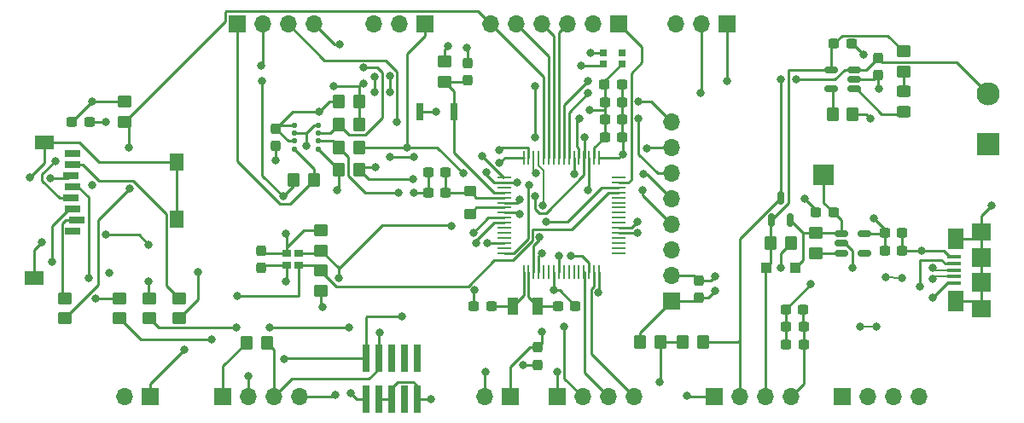
<source format=gbr>
%TF.GenerationSoftware,KiCad,Pcbnew,7.0.2-0*%
%TF.CreationDate,2024-03-04T00:44:33-08:00*%
%TF.ProjectId,EE156_4_Layer,45453135-365f-4345-9f4c-617965722e6b,rev?*%
%TF.SameCoordinates,Original*%
%TF.FileFunction,Copper,L1,Top*%
%TF.FilePolarity,Positive*%
%FSLAX46Y46*%
G04 Gerber Fmt 4.6, Leading zero omitted, Abs format (unit mm)*
G04 Created by KiCad (PCBNEW 7.0.2-0) date 2024-03-04 00:44:33*
%MOMM*%
%LPD*%
G01*
G04 APERTURE LIST*
G04 Aperture macros list*
%AMRoundRect*
0 Rectangle with rounded corners*
0 $1 Rounding radius*
0 $2 $3 $4 $5 $6 $7 $8 $9 X,Y pos of 4 corners*
0 Add a 4 corners polygon primitive as box body*
4,1,4,$2,$3,$4,$5,$6,$7,$8,$9,$2,$3,0*
0 Add four circle primitives for the rounded corners*
1,1,$1+$1,$2,$3*
1,1,$1+$1,$4,$5*
1,1,$1+$1,$6,$7*
1,1,$1+$1,$8,$9*
0 Add four rect primitives between the rounded corners*
20,1,$1+$1,$2,$3,$4,$5,0*
20,1,$1+$1,$4,$5,$6,$7,0*
20,1,$1+$1,$6,$7,$8,$9,0*
20,1,$1+$1,$8,$9,$2,$3,0*%
G04 Aperture macros list end*
%TA.AperFunction,SMDPad,CuDef*%
%ADD10R,0.660400X2.768600*%
%TD*%
%TA.AperFunction,SMDPad,CuDef*%
%ADD11R,1.346200X0.279400*%
%TD*%
%TA.AperFunction,SMDPad,CuDef*%
%ADD12R,0.279400X1.346200*%
%TD*%
%TA.AperFunction,SMDPad,CuDef*%
%ADD13RoundRect,0.250000X0.450000X-0.350000X0.450000X0.350000X-0.450000X0.350000X-0.450000X-0.350000X0*%
%TD*%
%TA.AperFunction,SMDPad,CuDef*%
%ADD14RoundRect,0.237500X0.237500X-0.300000X0.237500X0.300000X-0.237500X0.300000X-0.237500X-0.300000X0*%
%TD*%
%TA.AperFunction,SMDPad,CuDef*%
%ADD15R,0.800000X1.700000*%
%TD*%
%TA.AperFunction,ComponentPad*%
%ADD16R,1.700000X1.700000*%
%TD*%
%TA.AperFunction,ComponentPad*%
%ADD17O,1.700000X1.700000*%
%TD*%
%TA.AperFunction,SMDPad,CuDef*%
%ADD18R,1.000000X1.800000*%
%TD*%
%TA.AperFunction,SMDPad,CuDef*%
%ADD19RoundRect,0.250000X0.300000X0.300000X-0.300000X0.300000X-0.300000X-0.300000X0.300000X-0.300000X0*%
%TD*%
%TA.AperFunction,SMDPad,CuDef*%
%ADD20RoundRect,0.125000X-0.137500X0.125000X-0.137500X-0.125000X0.137500X-0.125000X0.137500X0.125000X0*%
%TD*%
%TA.AperFunction,SMDPad,CuDef*%
%ADD21R,0.812800X0.660400*%
%TD*%
%TA.AperFunction,SMDPad,CuDef*%
%ADD22RoundRect,0.150000X-0.512500X-0.150000X0.512500X-0.150000X0.512500X0.150000X-0.512500X0.150000X0*%
%TD*%
%TA.AperFunction,SMDPad,CuDef*%
%ADD23RoundRect,0.150000X0.512500X0.150000X-0.512500X0.150000X-0.512500X-0.150000X0.512500X-0.150000X0*%
%TD*%
%TA.AperFunction,SMDPad,CuDef*%
%ADD24R,2.000000X2.000000*%
%TD*%
%TA.AperFunction,SMDPad,CuDef*%
%ADD25RoundRect,0.250000X-0.450000X0.350000X-0.450000X-0.350000X0.450000X-0.350000X0.450000X0.350000X0*%
%TD*%
%TA.AperFunction,SMDPad,CuDef*%
%ADD26RoundRect,0.250000X0.350000X0.450000X-0.350000X0.450000X-0.350000X-0.450000X0.350000X-0.450000X0*%
%TD*%
%TA.AperFunction,SMDPad,CuDef*%
%ADD27RoundRect,0.250000X-0.350000X-0.450000X0.350000X-0.450000X0.350000X0.450000X-0.350000X0.450000X0*%
%TD*%
%TA.AperFunction,SMDPad,CuDef*%
%ADD28RoundRect,0.150000X0.150000X-0.512500X0.150000X0.512500X-0.150000X0.512500X-0.150000X-0.512500X0*%
%TD*%
%TA.AperFunction,SMDPad,CuDef*%
%ADD29RoundRect,0.250000X-0.350000X0.275000X-0.350000X-0.275000X0.350000X-0.275000X0.350000X0.275000X0*%
%TD*%
%TA.AperFunction,SMDPad,CuDef*%
%ADD30R,1.900000X1.400000*%
%TD*%
%TA.AperFunction,SMDPad,CuDef*%
%ADD31R,1.400000X1.800000*%
%TD*%
%TA.AperFunction,SMDPad,CuDef*%
%ADD32R,1.500000X0.800000*%
%TD*%
%TA.AperFunction,ComponentPad*%
%ADD33C,2.300000*%
%TD*%
%TA.AperFunction,ComponentPad*%
%ADD34R,2.300000X2.300000*%
%TD*%
%TA.AperFunction,SMDPad,CuDef*%
%ADD35R,1.900000X1.800000*%
%TD*%
%TA.AperFunction,SMDPad,CuDef*%
%ADD36R,1.900000X1.900000*%
%TD*%
%TA.AperFunction,SMDPad,CuDef*%
%ADD37R,1.600000X2.100000*%
%TD*%
%TA.AperFunction,SMDPad,CuDef*%
%ADD38R,1.350000X0.400000*%
%TD*%
%TA.AperFunction,SMDPad,CuDef*%
%ADD39RoundRect,0.250000X0.450000X-0.325000X0.450000X0.325000X-0.450000X0.325000X-0.450000X-0.325000X0*%
%TD*%
%TA.AperFunction,SMDPad,CuDef*%
%ADD40R,0.700000X0.700000*%
%TD*%
%TA.AperFunction,SMDPad,CuDef*%
%ADD41RoundRect,0.237500X-0.237500X0.300000X-0.237500X-0.300000X0.237500X-0.300000X0.237500X0.300000X0*%
%TD*%
%TA.AperFunction,SMDPad,CuDef*%
%ADD42RoundRect,0.237500X-0.300000X-0.237500X0.300000X-0.237500X0.300000X0.237500X-0.300000X0.237500X0*%
%TD*%
%TA.AperFunction,SMDPad,CuDef*%
%ADD43RoundRect,0.237500X0.300000X0.237500X-0.300000X0.237500X-0.300000X-0.237500X0.300000X-0.237500X0*%
%TD*%
%TA.AperFunction,ViaPad*%
%ADD44C,0.800000*%
%TD*%
%TA.AperFunction,Conductor*%
%ADD45C,0.250000*%
%TD*%
%TA.AperFunction,Conductor*%
%ADD46C,0.200000*%
%TD*%
G04 APERTURE END LIST*
D10*
%TO.P,J4,10,10*%
%TO.N,unconnected-(J4-Pad10)*%
X194500000Y-122460004D03*
%TO.P,J4,9,9*%
%TO.N,GND*%
X194500000Y-126500000D03*
%TO.P,J4,8,8*%
%TO.N,unconnected-(J4-Pad8)*%
X193230000Y-122460004D03*
%TO.P,J4,7,7*%
%TO.N,unconnected-(J4-Pad7)*%
X193230000Y-126500000D03*
%TO.P,J4,6,6*%
%TO.N,unconnected-(J4-Pad6)*%
X191960000Y-122460004D03*
%TO.P,J4,5,5*%
%TO.N,GND*%
X191960000Y-126500000D03*
%TO.P,J4,4,4*%
%TO.N,SWCLK*%
X190690000Y-122460004D03*
%TO.P,J4,3,3*%
%TO.N,GND*%
X190690000Y-126500000D03*
%TO.P,J4,2,2*%
%TO.N,SWDIO*%
X189420000Y-122460004D03*
%TO.P,J4,1,1*%
%TO.N,3.3V*%
X189420000Y-126500000D03*
%TD*%
D11*
%TO.P,U1,64,PB03*%
%TO.N,D8_Pix*%
X203146200Y-112000000D03*
%TO.P,U1,63,PB02*%
%TO.N,unconnected-(U1-PB02-Pad63)*%
X203146200Y-111500001D03*
%TO.P,U1,62,PB01*%
%TO.N,V_DIV*%
X203146200Y-111000000D03*
%TO.P,U1,61,PB00*%
%TO.N,unconnected-(U1-PB00-Pad61)*%
X203146200Y-110500001D03*
%TO.P,U1,60,PB31*%
%TO.N,unconnected-(U1-PB31-Pad60)*%
X203146200Y-109999999D03*
%TO.P,U1,59,PB30*%
%TO.N,unconnected-(U1-PB30-Pad59)*%
X203146200Y-109500000D03*
%TO.P,U1,58,PA31*%
%TO.N,SWDIO*%
X203146200Y-109000001D03*
%TO.P,U1,57,PA30*%
%TO.N,SWCLK*%
X203146200Y-108500000D03*
%TO.P,U1,56,VDDIO*%
%TO.N,3.3V*%
X203146200Y-108000000D03*
%TO.P,U1,55,VSW*%
%TO.N,Net-(U1-VSW)*%
X203146200Y-107499999D03*
%TO.P,U1,54,GND*%
%TO.N,GND*%
X203146200Y-107000000D03*
%TO.P,U1,53,VDDCORE*%
%TO.N,Net-(U1-VDDCORE)*%
X203146200Y-106500001D03*
%TO.P,U1,52,RESETN*%
%TO.N,~{RESET}*%
X203146200Y-105999999D03*
%TO.P,U1,51,PA27*%
%TO.N,unconnected-(U1-PA27-Pad51)*%
X203146200Y-105500000D03*
%TO.P,U1,50,PB23*%
%TO.N,MOSI*%
X203146200Y-104999999D03*
%TO.P,U1,49,PB22*%
%TO.N,MISO*%
X203146200Y-104500000D03*
D12*
%TO.P,U1,48,VDDIO*%
%TO.N,3.3V*%
X205073100Y-102573100D03*
%TO.P,U1,47,GND*%
%TO.N,GND*%
X205573099Y-102573100D03*
%TO.P,U1,46,PA25*%
%TO.N,D+*%
X206073100Y-102573100D03*
%TO.P,U1,45,PA24*%
%TO.N,D-*%
X206573099Y-102573100D03*
%TO.P,U1,44,PA23*%
%TO.N,D13*%
X207073101Y-102573100D03*
%TO.P,U1,43,PA22*%
%TO.N,D12*%
X207573100Y-102573100D03*
%TO.P,U1,42,PA21*%
%TO.N,D11*%
X208073099Y-102573100D03*
%TO.P,U1,41,PA20*%
%TO.N,D10*%
X208573100Y-102573100D03*
%TO.P,U1,40,PB17*%
%TO.N,RX_D0*%
X209073100Y-102573100D03*
%TO.P,U1,39,PB16*%
%TO.N,TX_D1*%
X209573101Y-102573100D03*
%TO.P,U1,38,PA19*%
%TO.N,D9*%
X210073100Y-102573100D03*
%TO.P,U1,37,PA18*%
%TO.N,D6*%
X210573099Y-102573100D03*
%TO.P,U1,36,PA17*%
%TO.N,SCK*%
X211073101Y-102573100D03*
%TO.P,U1,35,PA16*%
%TO.N,D5*%
X211573100Y-102573100D03*
%TO.P,U1,34,VDDIO*%
%TO.N,3.3V*%
X212073101Y-102573100D03*
%TO.P,U1,33,GND*%
%TO.N,GND*%
X212573100Y-102573100D03*
D11*
%TO.P,U1,32,PA15*%
%TO.N,unconnected-(U1-PA15-Pad32)*%
X214500000Y-104500000D03*
%TO.P,U1,31,PA14*%
%TO.N,D4*%
X214500000Y-104999999D03*
%TO.P,U1,30,PA13*%
%TO.N,SCL*%
X214500000Y-105500000D03*
%TO.P,U1,29,PA12*%
%TO.N,SDA*%
X214500000Y-105999999D03*
%TO.P,U1,28,PB15*%
%TO.N,unconnected-(U1-PB15-Pad28)*%
X214500000Y-106500001D03*
%TO.P,U1,27,PB14*%
%TO.N,unconnected-(U1-PB14-Pad27)*%
X214500000Y-107000000D03*
%TO.P,U1,26,PB13*%
%TO.N,unconnected-(U1-PB13-Pad26)*%
X214500000Y-107499999D03*
%TO.P,U1,25,PB12*%
%TO.N,unconnected-(U1-PB12-Pad25)*%
X214500000Y-108000000D03*
%TO.P,U1,24,PB11*%
%TO.N,unconnected-(U1-PB11-Pad24)*%
X214500000Y-108500000D03*
%TO.P,U1,23,PB10*%
%TO.N,unconnected-(U1-PB10-Pad23)*%
X214500000Y-109000001D03*
%TO.P,U1,22,GND*%
%TO.N,GND*%
X214500000Y-109500000D03*
%TO.P,U1,21,VDDIOB*%
%TO.N,3.3V*%
X214500000Y-109999999D03*
%TO.P,U1,20,PA11*%
%TO.N,unconnected-(U1-PA11-Pad20)*%
X214500000Y-110500001D03*
%TO.P,U1,19,PA10*%
%TO.N,unconnected-(U1-PA10-Pad19)*%
X214500000Y-111000000D03*
%TO.P,U1,18,PA09*%
%TO.N,unconnected-(U1-PA09-Pad18)*%
X214500000Y-111500001D03*
%TO.P,U1,17,PA08*%
%TO.N,unconnected-(U1-PA08-Pad17)*%
X214500000Y-112000000D03*
D12*
%TO.P,U1,16,PA07*%
%TO.N,3.3V*%
X212573100Y-113926900D03*
%TO.P,U1,15,PA06*%
%TO.N,A5*%
X212073101Y-113926900D03*
%TO.P,U1,14,PA05*%
%TO.N,A1*%
X211573100Y-113926900D03*
%TO.P,U1,13,PA04*%
%TO.N,A4*%
X211073101Y-113926900D03*
%TO.P,U1,12,PB09*%
%TO.N,unconnected-(U1-PB09-Pad12)*%
X210573099Y-113926900D03*
%TO.P,U1,11,PB08*%
%TO.N,unconnected-(U1-PB08-Pad11)*%
X210073100Y-113926900D03*
%TO.P,U1,10,PB07*%
%TO.N,unconnected-(U1-PB07-Pad10)*%
X209573101Y-113926900D03*
%TO.P,U1,9,PB06*%
%TO.N,unconnected-(U1-PB06-Pad9)*%
X209073100Y-113926900D03*
%TO.P,U1,8,VDDANA*%
%TO.N,3.3V*%
X208573100Y-113926900D03*
%TO.P,U1,7,GNDANA*%
%TO.N,GND*%
X208073099Y-113926900D03*
%TO.P,U1,6,PB05*%
%TO.N,unconnected-(U1-PB05-Pad6)*%
X207573100Y-113926900D03*
%TO.P,U1,5,PB04*%
%TO.N,unconnected-(U1-PB04-Pad5)*%
X207073101Y-113926900D03*
%TO.P,U1,4,PA03*%
%TO.N,AREF*%
X206573099Y-113926900D03*
%TO.P,U1,3,PA02*%
%TO.N,A0*%
X206073100Y-113926900D03*
%TO.P,U1,2,PA01*%
%TO.N,Net-(U1-PA01)*%
X205573099Y-113926900D03*
%TO.P,U1,1,PA00*%
%TO.N,Net-(U1-PA00)*%
X205073100Y-113926900D03*
%TD*%
D13*
%TO.P,R3,1,1*%
%TO.N,~{RESET}*%
X197250000Y-95000000D03*
%TO.P,R3,2,2*%
%TO.N,3.3V*%
X197250000Y-93000000D03*
%TD*%
D14*
%TO.P,C6,1*%
%TO.N,~{RESET}*%
X199500000Y-94862500D03*
%TO.P,C6,2*%
%TO.N,GND*%
X199500000Y-93137500D03*
%TD*%
D15*
%TO.P,S1,1*%
%TO.N,~{RESET}*%
X198200000Y-98000000D03*
%TO.P,S1,2*%
%TO.N,GND*%
X194800000Y-98000000D03*
%TD*%
D16*
%TO.P,J16,1,Pin_1*%
%TO.N,GND*%
X219750000Y-116790000D03*
D17*
%TO.P,J16,2,Pin_2*%
%TO.N,3.3V*%
X219750000Y-114250000D03*
%TO.P,J16,3,Pin_3*%
%TO.N,unconnected-(J16-Pin_3-Pad3)*%
X219750000Y-111710000D03*
%TO.P,J16,4,Pin_4*%
%TO.N,D5*%
X219750000Y-109170000D03*
%TO.P,J16,5,Pin_5*%
%TO.N,D9*%
X219750000Y-106630000D03*
%TO.P,J16,6,Pin_6*%
%TO.N,D6*%
X219750000Y-104090000D03*
%TO.P,J16,7,Pin_7*%
%TO.N,SCK*%
X219750000Y-101550000D03*
%TO.P,J16,8,Pin_8*%
%TO.N,MOSI*%
X219750000Y-99010000D03*
%TD*%
D18*
%TO.P,X1,1,1*%
%TO.N,Net-(U1-PA00)*%
X204000000Y-117250000D03*
%TO.P,X1,2,2*%
%TO.N,Net-(U1-PA01)*%
X206500000Y-117250000D03*
%TD*%
D19*
%TO.P,D2,1,1*%
%TO.N,Net-(Q1-S)*%
X232000000Y-113500000D03*
%TO.P,D2,2,2*%
%TO.N,V_USB*%
X229200000Y-113500000D03*
%TD*%
D20*
%TO.P,U6,8,VDD*%
%TO.N,3.3V*%
X182312500Y-99300000D03*
%TO.P,U6,7,GND*%
%TO.N,GND*%
X182312500Y-100100000D03*
%TO.P,U6,6,VDDIO*%
%TO.N,3.3V*%
X182312500Y-100900000D03*
%TO.P,U6,5,SDO*%
%TO.N,BME_SDO*%
X182312500Y-101700000D03*
%TO.P,U6,4,SCK*%
%TO.N,BME_SCK*%
X184687500Y-101700000D03*
%TO.P,U6,3,SDI*%
%TO.N,BME_SDI*%
X184687500Y-100900000D03*
%TO.P,U6,2,CSB*%
%TO.N,BME_CSB*%
X184687500Y-100100000D03*
%TO.P,U6,1,GND*%
%TO.N,GND*%
X184687500Y-99300000D03*
%TD*%
D21*
%TO.P,U4,4,SCL*%
%TO.N,SCL*%
X182750000Y-112050002D03*
%TO.P,U4,3,SDA*%
%TO.N,SDA*%
X182750000Y-113250000D03*
%TO.P,U4,2,GND*%
%TO.N,GND*%
X181556200Y-113250000D03*
%TO.P,U4,1,VDD*%
%TO.N,3.3V*%
X181556200Y-112050002D03*
%TD*%
D22*
%TO.P,U3,5,OUT*%
%TO.N,3.3V*%
X238862500Y-110100000D03*
%TO.P,U3,4,BP*%
%TO.N,unconnected-(U3-BP-Pad4)*%
X238862500Y-112000000D03*
%TO.P,U3,3,EN*%
%TO.N,Net-(U3-EN)*%
X236587500Y-112000000D03*
%TO.P,U3,2,GND*%
%TO.N,GND*%
X236587500Y-111050000D03*
%TO.P,U3,1,IN*%
%TO.N,Net-(Q1-S)*%
X236587500Y-110100000D03*
%TD*%
D23*
%TO.P,U2,5,PROG*%
%TO.N,Net-(U2-PROG)*%
X235612500Y-95700000D03*
%TO.P,U2,4,VIN*%
%TO.N,V_USB*%
X235612500Y-93800000D03*
%TO.P,U2,3,VBAT*%
%TO.N,V_BATT*%
X237887500Y-93800000D03*
%TO.P,U2,2,VSS*%
%TO.N,GND*%
X237887500Y-94750000D03*
%TO.P,U2,1,STAT*%
%TO.N,Net-(D3-K)*%
X237887500Y-95700000D03*
%TD*%
D24*
%TO.P,TP1,1,1*%
%TO.N,Net-(Q1-S)*%
X234862500Y-104250000D03*
%TD*%
D13*
%TO.P,R22,2*%
%TO.N,SDA*%
X185000000Y-113750000D03*
%TO.P,R22,1*%
%TO.N,3.3V*%
X185000000Y-115750000D03*
%TD*%
D25*
%TO.P,R21,2*%
%TO.N,SCL*%
X185000000Y-111750000D03*
%TO.P,R21,1*%
%TO.N,3.3V*%
X185000000Y-109750000D03*
%TD*%
D13*
%TO.P,R18,2*%
%TO.N,Net-(J14-DATA_OUT)*%
X170900000Y-116500000D03*
%TO.P,R18,1*%
%TO.N,SD_MISO*%
X170900000Y-118500000D03*
%TD*%
%TO.P,R17,2*%
%TO.N,Net-(J14-SCLK)*%
X167950000Y-116500000D03*
%TO.P,R17,1*%
%TO.N,SCK*%
X167950000Y-118500000D03*
%TD*%
%TO.P,R16,2*%
%TO.N,Net-(J14-DATA_IN)*%
X165000000Y-116500000D03*
%TO.P,R16,1*%
%TO.N,MOSI*%
X165000000Y-118500000D03*
%TD*%
%TO.P,R15,2*%
%TO.N,Net-(J14-CS)*%
X159550000Y-116500000D03*
%TO.P,R15,1*%
%TO.N,D13*%
X159550000Y-118500000D03*
%TD*%
D26*
%TO.P,R14,2*%
%TO.N,BME_CSB*%
X186750000Y-99250000D03*
%TO.P,R14,1*%
%TO.N,D12*%
X188750000Y-99250000D03*
%TD*%
%TO.P,R13,2*%
%TO.N,BME_SDI*%
X186750000Y-101500000D03*
%TO.P,R13,1*%
%TO.N,MOSI*%
X188750000Y-101500000D03*
%TD*%
%TO.P,R12,2*%
%TO.N,BME_SCK*%
X186750000Y-103750000D03*
%TO.P,R12,1*%
%TO.N,SCK*%
X188750000Y-103750000D03*
%TD*%
D27*
%TO.P,R11,2*%
%TO.N,BME_SDO*%
X184250000Y-104750000D03*
%TO.P,R11,1*%
%TO.N,BME_MISO*%
X182250000Y-104750000D03*
%TD*%
D25*
%TO.P,R10,2*%
%TO.N,D13*%
X165500000Y-99000000D03*
%TO.P,R10,1*%
%TO.N,3.3V*%
X165500000Y-97000000D03*
%TD*%
D27*
%TO.P,R9,2*%
%TO.N,D12*%
X188750000Y-97000000D03*
%TO.P,R9,1*%
%TO.N,3.3V*%
X186750000Y-97000000D03*
%TD*%
D26*
%TO.P,R8,2,2*%
%TO.N,Net-(U2-PROG)*%
X235750000Y-98250000D03*
%TO.P,R8,1,1*%
%TO.N,GND*%
X237750000Y-98250000D03*
%TD*%
D13*
%TO.P,R7,2,2*%
%TO.N,Net-(Q1-S)*%
X234112500Y-110000000D03*
%TO.P,R7,1,1*%
%TO.N,Net-(U3-EN)*%
X234112500Y-112000000D03*
%TD*%
D25*
%TO.P,R6,2,2*%
%TO.N,Net-(D3-A)*%
X242750000Y-93975000D03*
%TO.P,R6,1,1*%
%TO.N,V_USB*%
X242750000Y-91975000D03*
%TD*%
D26*
%TO.P,R5,2,2*%
%TO.N,V_USB*%
X229612500Y-111000000D03*
%TO.P,R5,1,1*%
%TO.N,GND*%
X231612500Y-111000000D03*
%TD*%
%TO.P,R4,2,2*%
%TO.N,3.3V*%
X177600000Y-120900000D03*
%TO.P,R4,1,1*%
%TO.N,SWCLK*%
X179600000Y-120900000D03*
%TD*%
D27*
%TO.P,R2,2,2*%
%TO.N,V_DIV*%
X218650000Y-120800000D03*
%TO.P,R2,1,1*%
%TO.N,GND*%
X216650000Y-120800000D03*
%TD*%
%TO.P,R1,2,2*%
%TO.N,V_BATT*%
X222900000Y-120800000D03*
%TO.P,R1,1,1*%
%TO.N,V_DIV*%
X220900000Y-120800000D03*
%TD*%
D28*
%TO.P,Q1,3,D*%
%TO.N,V_BATT*%
X230612500Y-106500000D03*
%TO.P,Q1,2,S*%
%TO.N,Net-(Q1-S)*%
X231562500Y-108775000D03*
%TO.P,Q1,1,G*%
%TO.N,V_USB*%
X229662500Y-108775000D03*
%TD*%
D29*
%TO.P,L1,2,2*%
%TO.N,Net-(U1-VSW)*%
X199750000Y-108150000D03*
%TO.P,L1,1,1*%
%TO.N,Net-(U1-VDDCORE)*%
X199750000Y-105850000D03*
%TD*%
D17*
%TO.P,J15,4,Pin_4*%
%TO.N,BME_CSB*%
X184250000Y-89250000D03*
%TO.P,J15,3,Pin_3*%
%TO.N,BME_SDI*%
X181710000Y-89250000D03*
%TO.P,J15,2,Pin_2*%
%TO.N,BME_SCK*%
X179170000Y-89250000D03*
D16*
%TO.P,J15,1,Pin_1*%
%TO.N,BME_SDO*%
X176630000Y-89250000D03*
%TD*%
D30*
%TO.P,J14,9,SHLD*%
%TO.N,Net-(J14-SHLD)*%
X156500000Y-114500000D03*
X157500000Y-100990000D03*
D31*
X170650000Y-102950000D03*
X170650000Y-108650000D03*
D32*
%TO.P,J14,8,DAT1*%
%TO.N,unconnected-(J14-DAT1-Pad8)*%
X160350000Y-102140000D03*
%TO.P,J14,7,DATA_OUT*%
%TO.N,Net-(J14-DATA_OUT)*%
X160350000Y-103240000D03*
%TO.P,J14,6,GND*%
%TO.N,GND*%
X160150000Y-104340000D03*
%TO.P,J14,5,SCLK*%
%TO.N,Net-(J14-SCLK)*%
X160350000Y-105440000D03*
%TO.P,J14,4,VDD*%
%TO.N,3.3V*%
X160150000Y-106540000D03*
%TO.P,J14,3,DATA_IN*%
%TO.N,Net-(J14-DATA_IN)*%
X160350000Y-107640000D03*
%TO.P,J14,2,CS*%
%TO.N,Net-(J14-CS)*%
X160750000Y-108740000D03*
%TO.P,J14,1,DAT2*%
%TO.N,unconnected-(J14-DAT2-Pad1)*%
X160350000Y-109840000D03*
%TD*%
D33*
%TO.P,J13,2*%
%TO.N,V_BATT*%
X251200000Y-96200000D03*
D34*
%TO.P,J13,1*%
%TO.N,GND*%
X251200000Y-101200000D03*
%TD*%
D17*
%TO.P,J12,4,Pin_4*%
%TO.N,ID*%
X244330000Y-126250000D03*
%TO.P,J12,3,Pin_3*%
%TO.N,D-*%
X241790000Y-126250000D03*
%TO.P,J12,2,Pin_2*%
%TO.N,D+*%
X239250000Y-126250000D03*
D16*
%TO.P,J12,1,Pin_1*%
%TO.N,V_USB*%
X236710000Y-126250000D03*
%TD*%
D17*
%TO.P,J11,4,Pin_4*%
%TO.N,GND*%
X231580000Y-126250000D03*
%TO.P,J11,3,Pin_3*%
%TO.N,V_USB*%
X229040000Y-126250000D03*
%TO.P,J11,2,Pin_2*%
%TO.N,V_BATT*%
X226500000Y-126250000D03*
D16*
%TO.P,J11,1,Pin_1*%
%TO.N,3.3V*%
X223960000Y-126250000D03*
%TD*%
D35*
%TO.P,J10,SH*%
%TO.N,Net-(JP2-A)*%
X250500000Y-117500000D03*
X250500000Y-109900000D03*
D36*
X250500000Y-114900000D03*
X250500000Y-112500000D03*
D37*
X247950000Y-116800000D03*
X247950000Y-110600000D03*
D38*
%TO.P,J10,1*%
%TO.N,V_USB*%
X247825000Y-115000000D03*
%TO.P,J10,4*%
%TO.N,ID*%
X247825000Y-113050000D03*
%TO.P,J10,5*%
%TO.N,GND*%
X247825000Y-112400000D03*
%TO.P,J10,2*%
%TO.N,D+*%
X247825000Y-114350000D03*
%TO.P,J10,3*%
%TO.N,D-*%
X247825000Y-113700000D03*
%TD*%
D17*
%TO.P,J8,4,Pin_4*%
%TO.N,GND*%
X182870000Y-126250000D03*
%TO.P,J8,3,Pin_3*%
%TO.N,SWCLK*%
X180330000Y-126250000D03*
%TO.P,J8,2,Pin_2*%
%TO.N,SWDIO*%
X177790000Y-126250000D03*
D16*
%TO.P,J8,1,Pin_1*%
%TO.N,3.3V*%
X175250000Y-126250000D03*
%TD*%
D17*
%TO.P,J7,6,Pin_6*%
%TO.N,D13*%
X201800000Y-89250000D03*
%TO.P,J7,5,Pin_5*%
%TO.N,D12*%
X204340000Y-89250000D03*
%TO.P,J7,4,Pin_4*%
%TO.N,D11*%
X206880000Y-89250000D03*
%TO.P,J7,3,Pin_3*%
%TO.N,D10*%
X209420000Y-89250000D03*
%TO.P,J7,2,Pin_2*%
%TO.N,D8_Pix*%
X211960000Y-89250000D03*
D16*
%TO.P,J7,1,Pin_1*%
%TO.N,D4*%
X214500000Y-89250000D03*
%TD*%
D17*
%TO.P,J6,2,Pin_2*%
%TO.N,V_DIV*%
X201210000Y-126250000D03*
D16*
%TO.P,J6,1,Pin_1*%
%TO.N,AREF*%
X203750000Y-126250000D03*
%TD*%
D17*
%TO.P,J5,4,Pin_4*%
%TO.N,A5*%
X216000000Y-126250000D03*
%TO.P,J5,3,Pin_3*%
%TO.N,A4*%
X213460000Y-126250000D03*
%TO.P,J5,2,Pin_2*%
%TO.N,A1*%
X210920000Y-126250000D03*
D16*
%TO.P,J5,1,Pin_1*%
%TO.N,A0*%
X208380000Y-126250000D03*
%TD*%
%TO.P,J3,1,Pin_1*%
%TO.N,RX_D0*%
X225250000Y-89250000D03*
D17*
%TO.P,J3,2,Pin_2*%
%TO.N,TX_D1*%
X222710000Y-89250000D03*
%TO.P,J3,3,Pin_3*%
%TO.N,GND*%
X220170000Y-89250000D03*
%TD*%
%TO.P,J2,3,Pin_3*%
%TO.N,SCK*%
X190195000Y-89250000D03*
%TO.P,J2,2,Pin_2*%
%TO.N,MISO*%
X192735000Y-89250000D03*
D16*
%TO.P,J2,1,Pin_1*%
%TO.N,MOSI*%
X195275000Y-89250000D03*
%TD*%
D17*
%TO.P,J1,2,Pin_2*%
%TO.N,SCL*%
X165500000Y-126250000D03*
D16*
%TO.P,J1,1,Pin_1*%
%TO.N,SDA*%
X168040000Y-126250000D03*
%TD*%
D39*
%TO.P,D3,2,A*%
%TO.N,Net-(D3-A)*%
X242750000Y-95950000D03*
%TO.P,D3,1,K*%
%TO.N,Net-(D3-K)*%
X242750000Y-98000000D03*
%TD*%
D40*
%TO.P,D1,4,DIN*%
%TO.N,D8_Pix*%
X213000000Y-93200000D03*
%TO.P,D1,3,VSS*%
%TO.N,GND*%
X213000000Y-92100000D03*
%TO.P,D1,2,DOUT*%
%TO.N,unconnected-(D1-DOUT-Pad2)*%
X214830000Y-92100000D03*
%TO.P,D1,1,VDD*%
%TO.N,3.3V*%
X214830000Y-93200000D03*
%TD*%
D41*
%TO.P,C22,2*%
%TO.N,GND*%
X180500000Y-101362500D03*
%TO.P,C22,1*%
%TO.N,3.3V*%
X180500000Y-99637500D03*
%TD*%
D42*
%TO.P,C21,2*%
%TO.N,GND*%
X162000000Y-99000000D03*
%TO.P,C21,1*%
%TO.N,3.3V*%
X160275000Y-99000000D03*
%TD*%
D41*
%TO.P,C20,2*%
%TO.N,GND*%
X179000000Y-113500000D03*
%TO.P,C20,1*%
%TO.N,3.3V*%
X179000000Y-111775000D03*
%TD*%
D42*
%TO.P,C19,2*%
%TO.N,GND*%
X242612500Y-111750000D03*
%TO.P,C19,1*%
%TO.N,3.3V*%
X240887500Y-111750000D03*
%TD*%
%TO.P,C18,2*%
%TO.N,GND*%
X242612500Y-109990000D03*
%TO.P,C18,1*%
%TO.N,3.3V*%
X240887500Y-109990000D03*
%TD*%
D41*
%TO.P,C17,2*%
%TO.N,GND*%
X240250000Y-94362500D03*
%TO.P,C17,1*%
%TO.N,V_BATT*%
X240250000Y-92637500D03*
%TD*%
D42*
%TO.P,C16,2*%
%TO.N,GND*%
X232862500Y-121100000D03*
%TO.P,C16,1*%
%TO.N,3.3V*%
X231137500Y-121100000D03*
%TD*%
%TO.P,C15,2*%
%TO.N,GND*%
X232862500Y-119300000D03*
%TO.P,C15,1*%
%TO.N,3.3V*%
X231137500Y-119300000D03*
%TD*%
D43*
%TO.P,C14,2*%
%TO.N,GND*%
X234112500Y-108000000D03*
%TO.P,C14,1*%
%TO.N,Net-(Q1-S)*%
X235837500Y-108000000D03*
%TD*%
D42*
%TO.P,C13,2*%
%TO.N,GND*%
X232825000Y-117600000D03*
%TO.P,C13,1*%
%TO.N,3.3V*%
X231100000Y-117600000D03*
%TD*%
D41*
%TO.P,C12,2*%
%TO.N,GND*%
X206500000Y-123112500D03*
%TO.P,C12,1*%
%TO.N,AREF*%
X206500000Y-121387500D03*
%TD*%
D42*
%TO.P,C11,2*%
%TO.N,GND*%
X237612500Y-91250000D03*
%TO.P,C11,1*%
%TO.N,V_USB*%
X235887500Y-91250000D03*
%TD*%
D43*
%TO.P,C10,2*%
%TO.N,GND*%
X195637500Y-106000000D03*
%TO.P,C10,1*%
%TO.N,Net-(U1-VDDCORE)*%
X197362500Y-106000000D03*
%TD*%
%TO.P,C9,2*%
%TO.N,GND*%
X195637500Y-104000000D03*
%TO.P,C9,1*%
%TO.N,Net-(U1-VDDCORE)*%
X197362500Y-104000000D03*
%TD*%
D42*
%TO.P,C8,2*%
%TO.N,GND*%
X214862500Y-98750000D03*
%TO.P,C8,1*%
%TO.N,3.3V*%
X213137500Y-98750000D03*
%TD*%
%TO.P,C7,2*%
%TO.N,GND*%
X214862500Y-100500000D03*
%TO.P,C7,1*%
%TO.N,3.3V*%
X213137500Y-100500000D03*
%TD*%
%TO.P,C5,2*%
%TO.N,GND*%
X214875000Y-97050000D03*
%TO.P,C5,1*%
%TO.N,3.3V*%
X213150000Y-97050000D03*
%TD*%
%TO.P,C4,2*%
%TO.N,GND*%
X214825000Y-95250000D03*
%TO.P,C4,1*%
%TO.N,3.3V*%
X213100000Y-95250000D03*
%TD*%
D41*
%TO.P,C3,2*%
%TO.N,GND*%
X222500000Y-116475000D03*
%TO.P,C3,1*%
%TO.N,3.3V*%
X222500000Y-114750000D03*
%TD*%
D43*
%TO.P,C2,2*%
%TO.N,Net-(U1-PA01)*%
X208500000Y-117250000D03*
%TO.P,C2,1*%
%TO.N,GND*%
X210225000Y-117250000D03*
%TD*%
D42*
%TO.P,C1,2*%
%TO.N,Net-(U1-PA00)*%
X201862500Y-117250000D03*
%TO.P,C1,1*%
%TO.N,GND*%
X200137500Y-117250000D03*
%TD*%
D44*
%TO.N,SDA*%
X171400000Y-121600000D03*
X176700000Y-116300000D03*
%TO.N,GND*%
X237700000Y-113500000D03*
%TO.N,V_BATT*%
X230600000Y-94800000D03*
X232100000Y-94800000D03*
%TO.N,GND*%
X239500000Y-98700000D03*
X240300000Y-95700000D03*
X238800000Y-92300000D03*
%TO.N,3.3V*%
X211600000Y-97800000D03*
X204700000Y-108100000D03*
%TO.N,GND*%
X204700000Y-106700000D03*
%TO.N,D8_Pix*%
X206200000Y-100500000D03*
X205600000Y-105300000D03*
X206200000Y-95400000D03*
X210800000Y-93400000D03*
%TO.N,MOSI*%
X174100000Y-120600000D03*
X193500000Y-101500000D03*
%TO.N,SCK*%
X187800000Y-119400000D03*
X176600000Y-119400000D03*
X179900000Y-119400000D03*
%TO.N,SD_MISO*%
X172800000Y-113900000D03*
%TO.N,Net-(J14-SCLK)*%
X167900000Y-114800000D03*
X161900000Y-114500000D03*
%TO.N,3.3V*%
X158600000Y-102900000D03*
%TO.N,Net-(J14-DATA_IN)*%
X162600000Y-116500000D03*
X158300000Y-112900000D03*
%TO.N,Net-(J14-SHLD)*%
X156100000Y-104500000D03*
%TO.N,3.3V*%
X162275000Y-97000000D03*
%TO.N,GND*%
X163600000Y-99000000D03*
X158100000Y-104600000D03*
%TO.N,Net-(J14-SHLD)*%
X157300000Y-110900000D03*
%TO.N,D13*%
X166000000Y-105600000D03*
%TO.N,Net-(JP7-B)*%
X167900000Y-111200000D03*
X163600000Y-110200000D03*
%TO.N,D13*%
X165900000Y-101500000D03*
%TO.N,GND*%
X162300000Y-105300000D03*
%TO.N,3.3V*%
X164000000Y-114000000D03*
X187900000Y-125900000D03*
%TO.N,SCL*%
X197900000Y-109300000D03*
X207300000Y-108900000D03*
X186700000Y-114500000D03*
%TO.N,GND*%
X181500000Y-114800000D03*
%TO.N,3.3V*%
X181500000Y-110100000D03*
X185100000Y-117400000D03*
%TO.N,MISO*%
X194200000Y-102500000D03*
X191800000Y-102500000D03*
%TO.N,BME_SDI*%
X192700000Y-106000000D03*
X192525000Y-98975000D03*
%TO.N,BME_CSB*%
X189200000Y-93600000D03*
X186800000Y-91300000D03*
%TO.N,MISO*%
X191800000Y-96000000D03*
X191800000Y-94400000D03*
%TO.N,D12*%
X189200000Y-95200000D03*
%TO.N,SCK*%
X190300000Y-94500000D03*
X190300000Y-96000000D03*
%TO.N,BME_SCK*%
X179038032Y-93450500D03*
X186600000Y-105800000D03*
%TO.N,BME_MISO*%
X179100000Y-94900000D03*
%TO.N,SCK*%
X190400000Y-103500000D03*
%TO.N,MISO*%
X201000000Y-102400000D03*
%TO.N,BME_MISO*%
X181200000Y-106400000D03*
%TO.N,GND*%
X180500000Y-102800000D03*
X183500000Y-101400000D03*
%TO.N,3.3V*%
X184800000Y-98000000D03*
%TO.N,D12*%
X186200000Y-95400000D03*
%TO.N,MOSI*%
X201400000Y-104000000D03*
X199100000Y-104100000D03*
%TO.N,SCK*%
X206224001Y-106397117D03*
X194100000Y-104700000D03*
%TO.N,3.3V*%
X197600000Y-91500000D03*
%TO.N,GND*%
X199400000Y-91600000D03*
X196400000Y-98000000D03*
X194200000Y-106000000D03*
%TO.N,RX_D0*%
X225300000Y-94900000D03*
X211500000Y-94900000D03*
%TO.N,TX_D1*%
X211500000Y-96100000D03*
X222600000Y-96100000D03*
%TO.N,GND*%
X195900000Y-126500000D03*
X186400000Y-126100000D03*
%TO.N,SWDIO*%
X177800000Y-124200000D03*
X181300000Y-122500000D03*
%TO.N,SWCLK*%
X190800000Y-119900000D03*
X200100000Y-110000000D03*
%TO.N,SWDIO*%
X200400000Y-111000000D03*
X193000000Y-118300000D03*
%TO.N,V_DIV*%
X201500000Y-111000000D03*
X201300000Y-123800000D03*
X218600000Y-124800000D03*
%TO.N,GND*%
X205000000Y-123100000D03*
%TO.N,A1*%
X209800000Y-112300000D03*
X209100000Y-119300000D03*
%TO.N,3.3V*%
X208600000Y-112300000D03*
%TO.N,GND*%
X200200000Y-115700000D03*
X208100000Y-115700000D03*
%TO.N,AREF*%
X206900000Y-119800000D03*
X206900000Y-112000000D03*
%TO.N,A0*%
X206673502Y-110400000D03*
X208400000Y-123800000D03*
%TO.N,3.3V*%
X221300000Y-126200000D03*
X233600000Y-115100000D03*
%TO.N,GND*%
X230600000Y-113500000D03*
X233000000Y-106600000D03*
%TO.N,3.3V*%
X239800000Y-108600000D03*
%TO.N,V_USB*%
X245700000Y-116400000D03*
%TO.N,Net-(JP2-A)*%
X251500000Y-107300000D03*
%TO.N,GND*%
X244600000Y-111800000D03*
%TO.N,ID*%
X244400000Y-115300000D03*
%TO.N,D+*%
X245700000Y-114600000D03*
X242600000Y-114500000D03*
X241000000Y-114400000D03*
%TO.N,D-*%
X245700000Y-113500000D03*
X206948501Y-107300000D03*
X238500000Y-119300000D03*
X240100000Y-119300000D03*
%TO.N,3.3V*%
X212500000Y-115900000D03*
%TO.N,GND*%
X224100000Y-115800000D03*
%TO.N,3.3V*%
X224100000Y-114300000D03*
%TO.N,D5*%
X211500000Y-105800000D03*
X216900000Y-105800000D03*
%TO.N,D9*%
X210100000Y-104200000D03*
X217000000Y-104200000D03*
%TO.N,MOSI*%
X204451789Y-104983930D03*
X216500000Y-97000000D03*
%TO.N,D6*%
X210600000Y-98700000D03*
X216500000Y-98700000D03*
%TO.N,SCK*%
X217300000Y-101600000D03*
X211100000Y-100500000D03*
%TO.N,GND*%
X211700000Y-92100000D03*
X216400000Y-108900000D03*
%TO.N,3.3V*%
X216400000Y-110000000D03*
%TO.N,D+*%
X206323719Y-104080062D03*
%TO.N,GND*%
X202700000Y-101800000D03*
%TO.N,3.3V*%
X202700000Y-103100000D03*
%TO.N,GND*%
X214900000Y-102200000D03*
%TD*%
D45*
%TO.N,SDA*%
X168040000Y-124960000D02*
X171400000Y-121600000D01*
X182700000Y-116300000D02*
X182750000Y-116250000D01*
X182750000Y-116250000D02*
X182750000Y-113250000D01*
X168040000Y-126250000D02*
X168040000Y-124960000D01*
X176700000Y-116300000D02*
X182700000Y-116300000D01*
%TO.N,3.3V*%
X175250000Y-126250000D02*
X175250000Y-123250000D01*
X175250000Y-123250000D02*
X177600000Y-120900000D01*
%TO.N,SWCLK*%
X180330000Y-126250000D02*
X180330000Y-121630000D01*
X180330000Y-121630000D02*
X179600000Y-120900000D01*
%TO.N,GND*%
X216650000Y-120800000D02*
X216650000Y-119890000D01*
X216650000Y-119890000D02*
X219750000Y-116790000D01*
%TO.N,V_BATT*%
X226500000Y-126250000D02*
X226500000Y-120700000D01*
X222900000Y-120800000D02*
X226400000Y-120800000D01*
X226500000Y-120700000D02*
X226500000Y-110603249D01*
X226400000Y-120800000D02*
X226500000Y-120700000D01*
%TO.N,V_DIV*%
X218650000Y-120800000D02*
X218650000Y-124750000D01*
X218650000Y-124750000D02*
X218600000Y-124800000D01*
%TO.N,GND*%
X232862500Y-121100000D02*
X232862500Y-124967500D01*
X232862500Y-124967500D02*
X231580000Y-126250000D01*
%TO.N,Net-(J14-SHLD)*%
X170650000Y-108650000D02*
X170650000Y-102950000D01*
%TO.N,GND*%
X236971751Y-111050000D02*
X237700000Y-111778249D01*
X237700000Y-111778249D02*
X237700000Y-113500000D01*
%TO.N,Net-(D3-A)*%
X242750000Y-93975000D02*
X242750000Y-95950000D01*
%TO.N,V_BATT*%
X240250000Y-92637500D02*
X240662500Y-93050000D01*
X240662500Y-93050000D02*
X248050000Y-93050000D01*
X248050000Y-93050000D02*
X251200000Y-96200000D01*
%TO.N,V_USB*%
X242750000Y-91975000D02*
X241225000Y-90450000D01*
X241225000Y-90450000D02*
X236687500Y-90450000D01*
X236687500Y-90450000D02*
X235887500Y-91250000D01*
%TO.N,V_BATT*%
X230600000Y-94800000D02*
X230600000Y-106487500D01*
%TO.N,V_USB*%
X231400000Y-93800000D02*
X235612500Y-93800000D01*
X231375500Y-93824500D02*
X231400000Y-93800000D01*
X231375500Y-107071251D02*
X231375500Y-93824500D01*
X229671751Y-108775000D02*
X231375500Y-107071251D01*
%TO.N,V_BATT*%
X237887500Y-93800000D02*
X236946751Y-93800000D01*
X235946751Y-94800000D02*
X232100000Y-94800000D01*
X236946751Y-93800000D02*
X235946751Y-94800000D01*
%TO.N,Net-(U2-PROG)*%
X235750000Y-98250000D02*
X235750000Y-95837500D01*
%TO.N,GND*%
X237750000Y-98250000D02*
X239050000Y-98250000D01*
X239050000Y-98250000D02*
X239500000Y-98700000D01*
%TO.N,Net-(D3-K)*%
X238100000Y-95700000D02*
X240600000Y-98200000D01*
X240600000Y-98200000D02*
X242550000Y-98200000D01*
%TO.N,GND*%
X240250000Y-94362500D02*
X240250000Y-95650000D01*
X240250000Y-95650000D02*
X240300000Y-95700000D01*
X240250000Y-94362500D02*
X239862500Y-94750000D01*
X239862500Y-94750000D02*
X237887500Y-94750000D01*
%TO.N,V_BATT*%
X237887500Y-93800000D02*
X239087500Y-93800000D01*
X239087500Y-93800000D02*
X240250000Y-92637500D01*
%TO.N,GND*%
X237750000Y-91250000D02*
X238800000Y-92300000D01*
%TO.N,V_USB*%
X235612500Y-93800000D02*
X235612500Y-91525000D01*
%TO.N,V_BATT*%
X226500000Y-110603249D02*
X230603249Y-106500000D01*
%TO.N,3.3V*%
X213137500Y-97800000D02*
X213137500Y-97062500D01*
X213137500Y-98750000D02*
X213137500Y-97800000D01*
X213137500Y-97800000D02*
X211600000Y-97800000D01*
%TO.N,D4*%
X216824500Y-91574500D02*
X214500000Y-89250000D01*
X216824500Y-93100098D02*
X216824500Y-91574500D01*
X215462801Y-104999999D02*
X215749501Y-104713299D01*
X214500000Y-104999999D02*
X215462801Y-104999999D01*
X215749501Y-94175097D02*
X216824500Y-93100098D01*
X215749501Y-104713299D02*
X215749501Y-94175097D01*
%TO.N,3.3V*%
X203146200Y-108000000D02*
X204600000Y-108000000D01*
X204600000Y-108000000D02*
X204700000Y-108100000D01*
%TO.N,GND*%
X203146200Y-107000000D02*
X204400000Y-107000000D01*
X204400000Y-107000000D02*
X204700000Y-106700000D01*
D46*
%TO.N,D+*%
X206073100Y-103829443D02*
X206323719Y-104080062D01*
%TO.N,D-*%
X206573099Y-102573100D02*
X206573099Y-103340199D01*
D45*
%TO.N,A0*%
X206073100Y-113926900D02*
X206073100Y-111307281D01*
%TO.N,D8_Pix*%
X205499501Y-110609500D02*
X205499501Y-105400499D01*
X210800000Y-93400000D02*
X212800000Y-93400000D01*
X205499501Y-105400499D02*
X205600000Y-105300000D01*
%TO.N,SDA*%
X209862200Y-109675000D02*
X213537202Y-105999999D01*
%TO.N,D8_Pix*%
X204109001Y-112000000D02*
X205499501Y-110609500D01*
%TO.N,SDA*%
X186474695Y-115300000D02*
X185000000Y-113825305D01*
X199574695Y-115300000D02*
X186474695Y-115300000D01*
X205949002Y-109675000D02*
X205949002Y-110795689D01*
D46*
%TO.N,D-*%
X207023219Y-107225282D02*
X206948501Y-107300000D01*
X207023219Y-103790319D02*
X207023219Y-107225282D01*
D45*
%TO.N,D8_Pix*%
X203146200Y-112000000D02*
X204109001Y-112000000D01*
%TO.N,A0*%
X206673502Y-110706879D02*
X206673502Y-110400000D01*
%TO.N,MOSI*%
X204435720Y-104999999D02*
X204451789Y-104983930D01*
%TO.N,SCK*%
X207300305Y-108025000D02*
X206599695Y-108025000D01*
X211073101Y-102573100D02*
X211073101Y-104252204D01*
%TO.N,SDA*%
X209862200Y-109675000D02*
X205949002Y-109675000D01*
D46*
%TO.N,D+*%
X206073100Y-102573100D02*
X206073100Y-103829443D01*
%TO.N,D-*%
X206573099Y-103340199D02*
X207023219Y-103790319D01*
D45*
%TO.N,SCK*%
X211073101Y-104252204D02*
X207300305Y-108025000D01*
X206599695Y-108025000D02*
X206224001Y-107649306D01*
%TO.N,A0*%
X206073100Y-111307281D02*
X206673502Y-110706879D01*
%TO.N,SDA*%
X204044691Y-112700000D02*
X202174695Y-112700000D01*
%TO.N,MOSI*%
X203146200Y-104999999D02*
X204435720Y-104999999D01*
%TO.N,SCK*%
X206224001Y-107649306D02*
X206224001Y-106397117D01*
%TO.N,D8_Pix*%
X206200000Y-100500000D02*
X206200000Y-95400000D01*
%TO.N,SDA*%
X202174695Y-112700000D02*
X199574695Y-115300000D01*
X205949002Y-110795689D02*
X204044691Y-112700000D01*
%TO.N,D13*%
X165500000Y-99000000D02*
X175455000Y-89045000D01*
X175455000Y-88075000D02*
X175530000Y-88000000D01*
X175530000Y-88000000D02*
X200550000Y-88000000D01*
X175455000Y-89045000D02*
X175455000Y-88075000D01*
X200550000Y-88000000D02*
X201800000Y-89250000D01*
%TO.N,MOSI*%
X167100000Y-120600000D02*
X174100000Y-120600000D01*
X165000000Y-118500000D02*
X167100000Y-120600000D01*
%TO.N,SCK*%
X176575000Y-119425000D02*
X176600000Y-119400000D01*
X168875000Y-119425000D02*
X176575000Y-119425000D01*
X179900000Y-119400000D02*
X187800000Y-119400000D01*
X167950000Y-118500000D02*
X168875000Y-119425000D01*
%TO.N,SD_MISO*%
X172800000Y-116600000D02*
X172800000Y-113900000D01*
X170900000Y-118500000D02*
X172800000Y-116600000D01*
%TO.N,Net-(J14-SCLK)*%
X160850000Y-105440000D02*
X161900000Y-106490000D01*
X161900000Y-106490000D02*
X161900000Y-114500000D01*
X167900000Y-114800000D02*
X167900000Y-116450000D01*
%TO.N,Net-(J14-DATA_OUT)*%
X160350000Y-103240000D02*
X161350000Y-103240000D01*
X161350000Y-103240000D02*
X162985000Y-104875000D01*
X162985000Y-104875000D02*
X166375000Y-104875000D01*
X166375000Y-104875000D02*
X169625000Y-108125000D01*
X169625000Y-108125000D02*
X169625000Y-115225000D01*
X169625000Y-115225000D02*
X170900000Y-116500000D01*
%TO.N,3.3V*%
X157300000Y-104200000D02*
X158600000Y-102900000D01*
X159014695Y-106540000D02*
X157300000Y-104825305D01*
X157300000Y-104825305D02*
X157300000Y-104200000D01*
X160150000Y-106540000D02*
X159014695Y-106540000D01*
%TO.N,Net-(J14-DATA_IN)*%
X160000000Y-107640000D02*
X158300000Y-109340000D01*
X158300000Y-109340000D02*
X158300000Y-112900000D01*
X162600000Y-116500000D02*
X165000000Y-116500000D01*
%TO.N,Net-(J14-SHLD)*%
X157500000Y-103100000D02*
X156100000Y-104500000D01*
X157500000Y-100990000D02*
X157500000Y-103100000D01*
X157500000Y-100990000D02*
X161000000Y-100990000D01*
X162960000Y-102950000D02*
X170650000Y-102950000D01*
X161000000Y-100990000D02*
X162960000Y-102950000D01*
%TO.N,3.3V*%
X160275000Y-99000000D02*
X162275000Y-97000000D01*
X162275000Y-97000000D02*
X165500000Y-97000000D01*
%TO.N,GND*%
X162000000Y-99000000D02*
X163600000Y-99000000D01*
X158100000Y-104600000D02*
X159890000Y-104600000D01*
%TO.N,Net-(J14-SHLD)*%
X156500000Y-111700000D02*
X157300000Y-110900000D01*
X156500000Y-114500000D02*
X156500000Y-111700000D01*
%TO.N,Net-(J14-CS)*%
X159275000Y-116225000D02*
X159275000Y-109115000D01*
X159650000Y-108740000D02*
X160750000Y-108740000D01*
X159275000Y-109115000D02*
X159650000Y-108740000D01*
%TO.N,D13*%
X162875000Y-108725000D02*
X166000000Y-105600000D01*
X162875000Y-115175000D02*
X162875000Y-108725000D01*
X159550000Y-118500000D02*
X162875000Y-115175000D01*
%TO.N,Net-(JP7-B)*%
X166900000Y-110200000D02*
X167900000Y-111200000D01*
X163600000Y-110200000D02*
X166900000Y-110200000D01*
%TO.N,D13*%
X165900000Y-101500000D02*
X165900000Y-99400000D01*
%TO.N,3.3V*%
X188500000Y-126500000D02*
X187900000Y-125900000D01*
X189420000Y-126500000D02*
X188500000Y-126500000D01*
%TO.N,SCL*%
X186700000Y-113600000D02*
X186700000Y-114500000D01*
X186700000Y-113450000D02*
X186700000Y-113600000D01*
X186700000Y-113600000D02*
X191025000Y-109275000D01*
X191025000Y-109275000D02*
X197875000Y-109275000D01*
X197875000Y-109275000D02*
X197900000Y-109300000D01*
X207300000Y-108900000D02*
X209425305Y-108900000D01*
X209425305Y-108900000D02*
X212825305Y-105500000D01*
X212825305Y-105500000D02*
X214500000Y-105500000D01*
%TO.N,SDA*%
X213537202Y-105999999D02*
X214500000Y-105999999D01*
%TO.N,SCL*%
X185000000Y-111750000D02*
X186700000Y-113450000D01*
%TO.N,GND*%
X181556200Y-114743800D02*
X181500000Y-114800000D01*
X181556200Y-113250000D02*
X181556200Y-114743800D01*
X181556200Y-113250000D02*
X179250000Y-113250000D01*
%TO.N,SDA*%
X182750000Y-113250000D02*
X184500000Y-113250000D01*
X184500000Y-113250000D02*
X185000000Y-113750000D01*
%TO.N,SCL*%
X182750000Y-112050002D02*
X184699998Y-112050002D01*
%TO.N,3.3V*%
X181556200Y-110156200D02*
X181500000Y-110100000D01*
X181556200Y-112050002D02*
X181556200Y-110156200D01*
X179275002Y-112050002D02*
X181556200Y-112050002D01*
X185000000Y-109750000D02*
X183276002Y-109750000D01*
X183276002Y-109750000D02*
X181556200Y-111469802D01*
X181556200Y-111469802D02*
X181556200Y-112050002D01*
X185000000Y-117300000D02*
X185100000Y-117400000D01*
X185000000Y-115750000D02*
X185000000Y-117300000D01*
%TO.N,MISO*%
X194200000Y-102500000D02*
X191800000Y-102500000D01*
%TO.N,MOSI*%
X188750000Y-101500000D02*
X193500000Y-101500000D01*
%TO.N,BME_SDI*%
X192700000Y-106000000D02*
X189386827Y-106000000D01*
X189386827Y-106000000D02*
X187700000Y-104313173D01*
X187700000Y-104313173D02*
X187700000Y-102450000D01*
X187700000Y-102450000D02*
X186750000Y-101500000D01*
%TO.N,MOSI*%
X195275000Y-89250000D02*
X195275000Y-90425000D01*
X196500000Y-101500000D02*
X199100000Y-104100000D01*
X195275000Y-90425000D02*
X193500000Y-92200000D01*
X193500000Y-92200000D02*
X193500000Y-101500000D01*
X193500000Y-101500000D02*
X196500000Y-101500000D01*
%TO.N,BME_SDI*%
X192525000Y-94025000D02*
X192525000Y-98975000D01*
X191375000Y-92875000D02*
X192525000Y-94025000D01*
X185335000Y-92875000D02*
X191375000Y-92875000D01*
X181710000Y-89250000D02*
X185335000Y-92875000D01*
%TO.N,BME_CSB*%
X184250000Y-89250000D02*
X186300000Y-91300000D01*
X186300000Y-91300000D02*
X186800000Y-91300000D01*
X189338173Y-100275000D02*
X187775000Y-100275000D01*
X189200000Y-93600000D02*
X190575305Y-93600000D01*
X190575305Y-93600000D02*
X191075000Y-94099695D01*
X191075000Y-94099695D02*
X191075000Y-98538173D01*
X191075000Y-98538173D02*
X189338173Y-100275000D01*
X187775000Y-100275000D02*
X186750000Y-99250000D01*
%TO.N,MISO*%
X191800000Y-94400000D02*
X191800000Y-96000000D01*
%TO.N,D12*%
X189000000Y-95200000D02*
X189200000Y-95200000D01*
X188750000Y-95450000D02*
X189000000Y-95200000D01*
%TO.N,SCK*%
X190300000Y-94500000D02*
X190300000Y-96000000D01*
%TO.N,BME_SCK*%
X179170000Y-89250000D02*
X179170000Y-93318532D01*
X179170000Y-93318532D02*
X179038032Y-93450500D01*
%TO.N,D12*%
X186200000Y-95400000D02*
X188750000Y-95450000D01*
X188750000Y-95450000D02*
X188750000Y-97000000D01*
%TO.N,BME_SCK*%
X186750000Y-105650000D02*
X186600000Y-105800000D01*
X186750000Y-103750000D02*
X186750000Y-105650000D01*
%TO.N,BME_SDO*%
X184250000Y-104750000D02*
X181875000Y-107125000D01*
X180899695Y-107125000D02*
X176630000Y-102855305D01*
X181875000Y-107125000D02*
X180899695Y-107125000D01*
X176630000Y-102855305D02*
X176630000Y-89250000D01*
%TO.N,BME_MISO*%
X179100000Y-94900000D02*
X179100000Y-104300000D01*
X179100000Y-104300000D02*
X181200000Y-106400000D01*
%TO.N,SCK*%
X190400000Y-103500000D02*
X189000000Y-103500000D01*
%TO.N,MISO*%
X201000000Y-102400000D02*
X201000000Y-102425305D01*
X201000000Y-102425305D02*
X203074695Y-104500000D01*
%TO.N,BME_MISO*%
X182250000Y-105350000D02*
X181200000Y-106400000D01*
X182250000Y-104750000D02*
X182250000Y-105350000D01*
%TO.N,BME_SDO*%
X182312500Y-101700000D02*
X184250000Y-103637500D01*
X184250000Y-103637500D02*
X184250000Y-104750000D01*
%TO.N,GND*%
X180500000Y-101362500D02*
X180500000Y-102800000D01*
X183500000Y-100100000D02*
X183500000Y-101400000D01*
X182312500Y-100100000D02*
X183500000Y-100100000D01*
X183500000Y-100100000D02*
X184300000Y-99300000D01*
X184300000Y-99300000D02*
X184687500Y-99300000D01*
%TO.N,BME_SCK*%
X184700000Y-101700000D02*
X186750000Y-103750000D01*
%TO.N,BME_SDI*%
X184687500Y-100900000D02*
X186150000Y-100900000D01*
X186150000Y-100900000D02*
X186750000Y-101500000D01*
%TO.N,BME_CSB*%
X184687500Y-100100000D02*
X185900000Y-100100000D01*
X185900000Y-100100000D02*
X186750000Y-99250000D01*
%TO.N,3.3V*%
X180500000Y-99637500D02*
X182137500Y-98000000D01*
X182137500Y-98000000D02*
X184800000Y-98000000D01*
X180500000Y-99637500D02*
X181762500Y-100900000D01*
X181762500Y-100900000D02*
X182312500Y-100900000D01*
X180837500Y-99300000D02*
X182312500Y-99300000D01*
X185800000Y-97000000D02*
X184800000Y-98000000D01*
X186750000Y-97000000D02*
X185800000Y-97000000D01*
%TO.N,D12*%
X188750000Y-99250000D02*
X188750000Y-97000000D01*
%TO.N,MOSI*%
X201400000Y-104000000D02*
X201400000Y-104216600D01*
X202183399Y-104999999D02*
X203146200Y-104999999D01*
X201400000Y-104216600D02*
X202183399Y-104999999D01*
%TO.N,SCK*%
X188750000Y-103750000D02*
X189700000Y-104700000D01*
X189700000Y-104700000D02*
X194100000Y-104700000D01*
%TO.N,3.3V*%
X197250000Y-91850000D02*
X197600000Y-91500000D01*
X197250000Y-93000000D02*
X197250000Y-91850000D01*
%TO.N,GND*%
X199500000Y-91700000D02*
X199400000Y-91600000D01*
X199500000Y-93137500D02*
X199500000Y-91700000D01*
X194800000Y-98000000D02*
X196400000Y-98000000D01*
%TO.N,~{RESET}*%
X197250000Y-95000000D02*
X199362500Y-95000000D01*
X198200000Y-98000000D02*
X198200000Y-95950000D01*
X198200000Y-95950000D02*
X197250000Y-95000000D01*
X198200000Y-98000000D02*
X198200000Y-102016600D01*
X198200000Y-102016600D02*
X202183399Y-105999999D01*
X202183399Y-105999999D02*
X203146200Y-105999999D01*
%TO.N,GND*%
X195637500Y-106000000D02*
X194200000Y-106000000D01*
X195637500Y-104000000D02*
X195637500Y-106000000D01*
%TO.N,Net-(U1-VDDCORE)*%
X197362500Y-104000000D02*
X197362500Y-106000000D01*
X197362500Y-106000000D02*
X199600000Y-106000000D01*
%TO.N,Net-(U1-VSW)*%
X199750000Y-108150000D02*
X200400001Y-107499999D01*
X200400001Y-107499999D02*
X203146200Y-107499999D01*
%TO.N,Net-(U1-VDDCORE)*%
X203146200Y-106500001D02*
X200400001Y-106500001D01*
X200400001Y-106500001D02*
X199750000Y-105850000D01*
%TO.N,D13*%
X207073101Y-102573100D02*
X207073101Y-94523101D01*
X207073101Y-94523101D02*
X201800000Y-89250000D01*
%TO.N,D12*%
X207573100Y-102573100D02*
X207573100Y-92483100D01*
X207573100Y-92483100D02*
X204340000Y-89250000D01*
%TO.N,D11*%
X208073099Y-102573100D02*
X208073099Y-90443099D01*
X208073099Y-90443099D02*
X206880000Y-89250000D01*
%TO.N,D10*%
X208573100Y-102573100D02*
X208573100Y-90096900D01*
X208573100Y-90096900D02*
X209420000Y-89250000D01*
%TO.N,RX_D0*%
X225300000Y-94900000D02*
X225250000Y-94850000D01*
X225250000Y-94850000D02*
X225250000Y-89250000D01*
X209073100Y-102573100D02*
X209073100Y-97326900D01*
X209073100Y-97326900D02*
X211500000Y-94900000D01*
%TO.N,TX_D1*%
X222600000Y-96100000D02*
X222710000Y-95990000D01*
X222710000Y-95990000D02*
X222710000Y-89250000D01*
X209573101Y-102573100D02*
X209573101Y-98026899D01*
X209573101Y-98026899D02*
X211500000Y-96100000D01*
%TO.N,GND*%
X192574800Y-124790700D02*
X194090700Y-124790700D01*
X191960000Y-125405500D02*
X192574800Y-124790700D01*
X194090700Y-124790700D02*
X194500000Y-125200000D01*
X194500000Y-125200000D02*
X194500000Y-126500000D01*
X194500000Y-126500000D02*
X195900000Y-126500000D01*
X190690000Y-126500000D02*
X191960000Y-126500000D01*
X186250000Y-126250000D02*
X186400000Y-126100000D01*
X182870000Y-126250000D02*
X186250000Y-126250000D01*
%TO.N,SWCLK*%
X182080000Y-124500000D02*
X189704104Y-124500000D01*
X190690000Y-123514104D02*
X189704104Y-124500000D01*
X182080000Y-124500000D02*
X180330000Y-126250000D01*
%TO.N,SWDIO*%
X177800000Y-124200000D02*
X177800000Y-126240000D01*
X189420000Y-122460004D02*
X181339996Y-122460004D01*
X181339996Y-122460004D02*
X181300000Y-122500000D01*
%TO.N,SWCLK*%
X190690000Y-120010000D02*
X190690000Y-122460004D01*
X201600000Y-108500000D02*
X200100000Y-110000000D01*
X203146200Y-108500000D02*
X201600000Y-108500000D01*
X190800000Y-119900000D02*
X190690000Y-120010000D01*
%TO.N,SWDIO*%
X202183399Y-109000001D02*
X200400000Y-110783400D01*
X200400000Y-110783400D02*
X200400000Y-111000000D01*
X193000000Y-118300000D02*
X189500000Y-118300000D01*
X189500000Y-118300000D02*
X189420000Y-118380000D01*
X189420000Y-118380000D02*
X189420000Y-122460004D01*
X203146200Y-109000001D02*
X202183399Y-109000001D01*
%TO.N,V_DIV*%
X201210000Y-126250000D02*
X201210000Y-123890000D01*
X201210000Y-123890000D02*
X201300000Y-123800000D01*
X201500000Y-111000000D02*
X203146200Y-111000000D01*
%TO.N,AREF*%
X203750000Y-126250000D02*
X203750000Y-123324695D01*
X205687195Y-121387500D02*
X206500000Y-121387500D01*
X203750000Y-123324695D02*
X205687195Y-121387500D01*
%TO.N,GND*%
X205012500Y-123112500D02*
X205000000Y-123100000D01*
X206500000Y-123112500D02*
X205012500Y-123112500D01*
%TO.N,A5*%
X212073101Y-113926900D02*
X212073101Y-115301594D01*
X212073101Y-115301594D02*
X211775000Y-115599695D01*
X211775000Y-122025000D02*
X216000000Y-126250000D01*
X211775000Y-115599695D02*
X211775000Y-122025000D01*
%TO.N,A4*%
X211087500Y-113941299D02*
X211087500Y-123877500D01*
X211087500Y-123877500D02*
X213460000Y-126250000D01*
%TO.N,A1*%
X209800000Y-112300000D02*
X210909001Y-112300000D01*
X209125000Y-124455000D02*
X209125000Y-119325000D01*
X209125000Y-119325000D02*
X209100000Y-119300000D01*
X210909001Y-112300000D02*
X211573100Y-112964099D01*
X211573100Y-112964099D02*
X211573100Y-113926900D01*
X210920000Y-126250000D02*
X209125000Y-124455000D01*
%TO.N,3.3V*%
X208573100Y-112326900D02*
X208600000Y-112300000D01*
X208573100Y-113926900D02*
X208573100Y-112326900D01*
%TO.N,GND*%
X200137500Y-115762500D02*
X200200000Y-115700000D01*
X200137500Y-117250000D02*
X200137500Y-115762500D01*
X210225000Y-117250000D02*
X208675000Y-115700000D01*
X208675000Y-115700000D02*
X208100000Y-115700000D01*
X208073099Y-115673099D02*
X208100000Y-115700000D01*
X208073099Y-113926900D02*
X208073099Y-115673099D01*
%TO.N,Net-(U1-PA00)*%
X201862500Y-117250000D02*
X204000000Y-117250000D01*
X205073100Y-113926900D02*
X205073100Y-116176900D01*
X205073100Y-116176900D02*
X204000000Y-117250000D01*
%TO.N,Net-(U1-PA01)*%
X206500000Y-117250000D02*
X205573099Y-116323099D01*
X205573099Y-116323099D02*
X205573099Y-113926900D01*
X206500000Y-117250000D02*
X208500000Y-117250000D01*
%TO.N,AREF*%
X206573099Y-113926900D02*
X206573099Y-112326901D01*
X206573099Y-112326901D02*
X206900000Y-112000000D01*
X206900000Y-119800000D02*
X206900000Y-120987500D01*
X206900000Y-120987500D02*
X206500000Y-121387500D01*
%TO.N,A0*%
X208380000Y-123820000D02*
X208400000Y-123800000D01*
X208380000Y-126250000D02*
X208380000Y-123820000D01*
%TO.N,V_DIV*%
X218650000Y-120800000D02*
X220900000Y-120800000D01*
%TO.N,3.3V*%
X231137500Y-119300000D02*
X231137500Y-121100000D01*
X231100000Y-117600000D02*
X231100000Y-119262500D01*
X231100000Y-117600000D02*
X233600000Y-115100000D01*
X221350000Y-126250000D02*
X221300000Y-126200000D01*
X223960000Y-126250000D02*
X221350000Y-126250000D01*
%TO.N,V_USB*%
X229040000Y-113660000D02*
X229040000Y-126250000D01*
%TO.N,GND*%
X232862500Y-119300000D02*
X232862500Y-121100000D01*
X232825000Y-117600000D02*
X232825000Y-119262500D01*
%TO.N,V_USB*%
X229612500Y-111000000D02*
X229612500Y-108825000D01*
X229200000Y-113500000D02*
X229612500Y-113087500D01*
X229612500Y-113087500D02*
X229612500Y-111000000D01*
%TO.N,Net-(Q1-S)*%
X232000000Y-113500000D02*
X232787500Y-112712500D01*
X232787500Y-112712500D02*
X232787500Y-110000000D01*
%TO.N,GND*%
X230600000Y-112012500D02*
X230600000Y-113500000D01*
X231612500Y-111000000D02*
X230600000Y-112012500D01*
X234112500Y-107712500D02*
X233000000Y-106600000D01*
%TO.N,Net-(Q1-S)*%
X235837500Y-108000000D02*
X234862500Y-107025000D01*
X234862500Y-107025000D02*
X234862500Y-104250000D01*
X236587500Y-110100000D02*
X236587500Y-108750000D01*
X236587500Y-108750000D02*
X235837500Y-108000000D01*
X234112500Y-110000000D02*
X236487500Y-110000000D01*
X234112500Y-110000000D02*
X232787500Y-110000000D01*
X232787500Y-110000000D02*
X231562500Y-108775000D01*
%TO.N,Net-(U3-EN)*%
X236587500Y-112000000D02*
X234112500Y-112000000D01*
%TO.N,3.3V*%
X240887500Y-109687500D02*
X239800000Y-108600000D01*
X238862500Y-110100000D02*
X240777500Y-110100000D01*
X240887500Y-109990000D02*
X240887500Y-111750000D01*
%TO.N,V_USB*%
X245700000Y-116400000D02*
X247100000Y-115000000D01*
X247100000Y-115000000D02*
X247825000Y-115000000D01*
%TO.N,GND*%
X246750000Y-111800000D02*
X244600000Y-111800000D01*
X247350000Y-112400000D02*
X246750000Y-111800000D01*
%TO.N,Net-(JP2-A)*%
X251500000Y-107300000D02*
X250500000Y-108300000D01*
X250500000Y-108300000D02*
X250500000Y-109900000D01*
%TO.N,GND*%
X242612500Y-109990000D02*
X242612500Y-111750000D01*
X242612500Y-111750000D02*
X244550000Y-111750000D01*
X244550000Y-111750000D02*
X244600000Y-111800000D01*
%TO.N,Net-(JP2-A)*%
X247950000Y-110600000D02*
X249800000Y-110600000D01*
X250500000Y-112500000D02*
X250500000Y-109900000D01*
X250500000Y-114900000D02*
X250500000Y-112500000D01*
X250500000Y-114900000D02*
X250500000Y-117500000D01*
X247950000Y-116800000D02*
X249800000Y-116800000D01*
%TO.N,ID*%
X244400000Y-112700000D02*
X244400000Y-115300000D01*
D46*
%TO.N,D+*%
X241000000Y-114400000D02*
X242600000Y-114500000D01*
X245950000Y-114350000D02*
X247825000Y-114350000D01*
X245700000Y-114600000D02*
X245950000Y-114350000D01*
D45*
%TO.N,ID*%
X246900000Y-113050000D02*
X246550000Y-112700000D01*
X246550000Y-112700000D02*
X244400000Y-112700000D01*
X247825000Y-113050000D02*
X246900000Y-113050000D01*
D46*
%TO.N,D-*%
X245900000Y-113700000D02*
X247825000Y-113700000D01*
X245700000Y-113500000D02*
X245900000Y-113700000D01*
X238500000Y-119300000D02*
X240100000Y-119300000D01*
D45*
%TO.N,3.3V*%
X212573100Y-115826900D02*
X212500000Y-115900000D01*
X212573100Y-113926900D02*
X212573100Y-115826900D01*
%TO.N,GND*%
X223425000Y-116475000D02*
X224100000Y-115800000D01*
X222500000Y-116475000D02*
X223425000Y-116475000D01*
%TO.N,3.3V*%
X223650000Y-114750000D02*
X224100000Y-114300000D01*
X222500000Y-114750000D02*
X223650000Y-114750000D01*
%TO.N,GND*%
X219750000Y-116790000D02*
X222185000Y-116790000D01*
%TO.N,3.3V*%
X219750000Y-114250000D02*
X222000000Y-114250000D01*
X222000000Y-114250000D02*
X222500000Y-114750000D01*
%TO.N,D5*%
X211573100Y-105726900D02*
X211573100Y-102573100D01*
X219750000Y-109170000D02*
X216900000Y-106320000D01*
X216900000Y-106320000D02*
X216900000Y-105800000D01*
X211500000Y-105800000D02*
X211573100Y-105726900D01*
%TO.N,D9*%
X219750000Y-106630000D02*
X217320000Y-104200000D01*
X217320000Y-104200000D02*
X217000000Y-104200000D01*
X210100000Y-104200000D02*
X210100000Y-102600000D01*
X210100000Y-102600000D02*
X210073100Y-102573100D01*
%TO.N,MOSI*%
X217740000Y-97000000D02*
X216500000Y-97000000D01*
X219750000Y-99010000D02*
X217740000Y-97000000D01*
%TO.N,D6*%
X210600000Y-98700000D02*
X210375000Y-98925000D01*
X210375000Y-98925000D02*
X210375000Y-101451901D01*
X210375000Y-101451901D02*
X210573099Y-101650000D01*
X210573099Y-101650000D02*
X210573099Y-102573100D01*
X216500000Y-102200000D02*
X216500000Y-98700000D01*
X218390000Y-104090000D02*
X216500000Y-102200000D01*
X219750000Y-104090000D02*
X218390000Y-104090000D01*
%TO.N,SCK*%
X211100000Y-100500000D02*
X211100000Y-102546201D01*
X211100000Y-102546201D02*
X211073101Y-102573100D01*
X217350000Y-101550000D02*
X217300000Y-101600000D01*
X219750000Y-101550000D02*
X217350000Y-101550000D01*
%TO.N,GND*%
X213000000Y-92100000D02*
X211700000Y-92100000D01*
%TO.N,3.3V*%
X213100000Y-94930000D02*
X214830000Y-93200000D01*
%TO.N,GND*%
X215800000Y-109500000D02*
X216400000Y-108900000D01*
X214500000Y-109500000D02*
X215800000Y-109500000D01*
%TO.N,3.3V*%
X214500000Y-109999999D02*
X216400000Y-110000000D01*
%TO.N,GND*%
X205537800Y-101575000D02*
X202925000Y-101575000D01*
X205573099Y-101610299D02*
X205537800Y-101575000D01*
X202925000Y-101575000D02*
X202700000Y-101800000D01*
X205573099Y-102573100D02*
X205573099Y-101610299D01*
%TO.N,3.3V*%
X203226900Y-102573100D02*
X202700000Y-103100000D01*
X205073100Y-102573100D02*
X203226900Y-102573100D01*
X213150000Y-97050000D02*
X213150000Y-95300000D01*
X213137500Y-100500000D02*
X213137500Y-98750000D01*
X212073101Y-102573100D02*
X212073101Y-101564399D01*
X212073101Y-101564399D02*
X213137500Y-100500000D01*
%TO.N,GND*%
X214875000Y-97050000D02*
X214875000Y-95300000D01*
X214862500Y-98750000D02*
X214862500Y-97062500D01*
X214862500Y-100500000D02*
X214862500Y-98750000D01*
X214900000Y-102200000D02*
X214900000Y-100537500D01*
X214526900Y-102573100D02*
X214900000Y-102200000D01*
X212573100Y-102573100D02*
X214526900Y-102573100D01*
%TD*%
M02*

</source>
